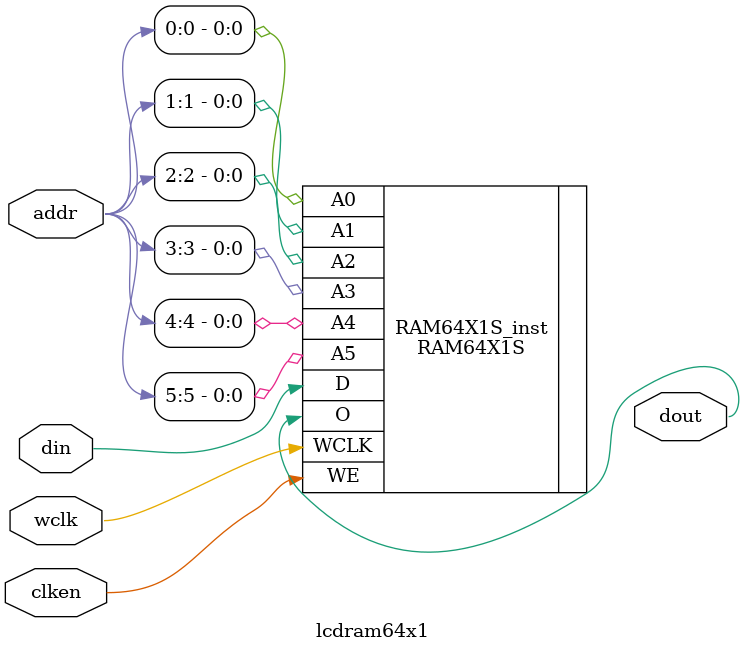
<source format=v>

module lcd6(clk,rdwr,strobe,our_addr,addr,busy_in,busy_out,
       addr_match_in, addr_match_out, datin, datout, u100clk,
       pin2, pin4, pin6, pin8);
    input  clk;              // system clock
    input  rdwr;             // direction of this transfer. Read=1; Write=0
    input  strobe;           // true on full valid command
    input  [3:0] our_addr;   // high byte of our assigned address
    input  [11:0] addr;      // address of target peripheral
    input  busy_in;          // ==1 if a previous peripheral is busy
    output busy_out;         // ==our busy state if our address, pass through otherwise
    input  addr_match_in;    // ==1 if a previous peripheral claims the address
    output addr_match_out;   // ==1 if we claim the above address, pass through otherwise
    input  [7:0] datin ;     // Data INto the peripheral;
    output [7:0] datout ;    // Data OUTput from the peripheral, = datin if not us.
    input  u100clk;          // 100 microsecond clock pulse
    output pin2;             // Data on pin per diagram above
    output pin4;             // Data on pin per diagram above
    output pin6;             // Data on pin per diagram above
    output pin8;             // Data on pin per diagram above



    // State machine and bit counter registers
    reg    [5:0] bst;        // index of bits to send.  0-63
    reg    [3:0] gst;        // global state machine for out24 card SCK

    // Addressing and bus interface lines 
    wire   myaddr;           // ==1 if a correct read/write on our address
    wire   [2:0] rout;       // RAM output lines
    wire   [5:0] raddr;      // RAM address lines
    wire   wen;              // RAM write enable
    lcdram64x1 ram0(rout[2],raddr,datin[2],clk,wen);   // high byte on the out24 card
    lcdram64x1 ram1(rout[1],raddr,datin[1],clk,wen);   // mid byte on the out24 card
    lcdram64x1 ram2(rout[0],raddr,datin[0],clk,wen);   // low byte on the out24 card


    initial
    begin
        bst = 0;
        gst = 0;
    end


    always @(posedge clk)
    begin
        // if not reading/writing from host, and on u100clk edge
        if (~(strobe && myaddr && ~rdwr) && u100clk)
        begin
            if (gst < 6)
                gst <= gst + 4'h1;
            else if (gst == 6)     // done with bit write?
            begin
                bst <= (bst == 47) ? 6'h00 : bst + 6'h01;
                if (bst[2:0] != 7) // do CS if done with all 8 bits
                    gst <= 2;
                else
                    gst <= gst + 4'h1;
            end
            else if (gst == 7)
                gst <= gst + 4'h1;
            else if (gst == 8)     // done with byte write?
            begin
                gst <= 0;
            end
        end
    end


    // assign RAM signals
    assign wen   = (strobe & myaddr & ~rdwr);  // latch data on a write
    assign raddr = (strobe & myaddr) ? addr[5:0] : bst ;

    // Assign the outputs.
    assign myaddr = (addr[11:8] == our_addr) && (addr[7:6] == 0);
    assign datout = (~myaddr) ? datin :
                    (strobe) ? {5'h00,rout} : 
                    8'h00 ; 

    // Loop in-to-out where appropriate
    assign busy_out = busy_in;
    assign addr_match_out =  myaddr | addr_match_in;

    assign pin8 = ((((gst == 2) | (gst == 3)) & rout[1]) |
                   (((gst == 4) | (gst == 5) | (gst == 6)) & rout[0]));
    assign pin6 = (gst == 1) | (gst == 2) | (gst == 3) |
                  (gst == 4) | (gst == 6) | (gst == 8);
    assign pin4 = (gst == 3);
    assign pin2 = (gst == 7) | (gst ==8) | (((gst == 2) | (gst == 3)) & rout[2]);

endmodule


module lcdram64x1(dout,addr,din,wclk,clken);
    output dout;
    input  [5:0] addr;
    input  din;
    input  wclk;
    input  clken;

    // RAM64X1S_1: 64 x 1 positive edge write, asynchronous read single-port distributed RAM
    //             Spartan-3E
    // Xilinx HDL Libraries Guide, version 12.1

    RAM64X1S #(
      .INIT(64'h0000000000000000)  // INIT for bit 0 of RAM
    ) RAM64X1S_inst (
       .O(dout),        // 1-bit data output
       .A0(addr[0]),    // Address[0] input bit
       .A1(addr[1]),    // Address[1] input bit
       .A2(addr[2]),    // Address[2] input bit
       .A3(addr[3]),    // Address[3] input bit
       .A4(addr[4]),    // Address[4] input bit
       .A5(addr[5]),    // Address[5] input bit
       .D(din),         // 1-bit data input
       .WCLK(wclk),     // Write clock input
       .WE(clken)       // Write enable input
    );
endmodule


</source>
